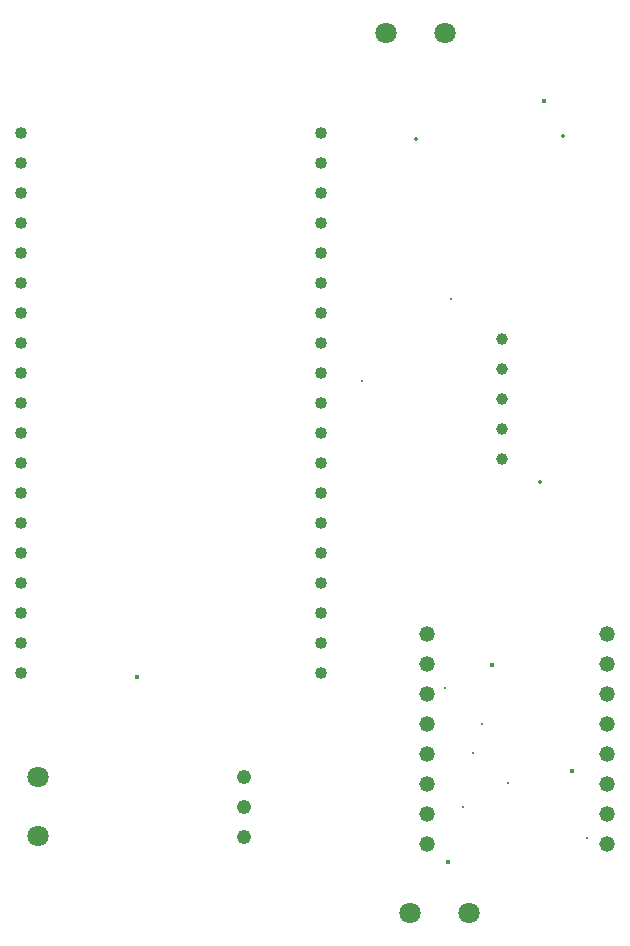
<source format=gbr>
%TF.GenerationSoftware,KiCad,Pcbnew,9.0.1*%
%TF.CreationDate,2025-04-18T16:38:58+02:00*%
%TF.ProjectId,Pendulo_Invertido,50656e64-756c-46f5-9f49-6e7665727469,rev?*%
%TF.SameCoordinates,Original*%
%TF.FileFunction,Plated,1,2,PTH,Drill*%
%TF.FilePolarity,Positive*%
%FSLAX46Y46*%
G04 Gerber Fmt 4.6, Leading zero omitted, Abs format (unit mm)*
G04 Created by KiCad (PCBNEW 9.0.1) date 2025-04-18 16:38:58*
%MOMM*%
%LPD*%
G01*
G04 APERTURE LIST*
%TA.AperFunction,ViaDrill*%
%ADD10C,0.300000*%
%TD*%
%TA.AperFunction,ViaDrill*%
%ADD11C,0.350000*%
%TD*%
%TA.AperFunction,ViaDrill*%
%ADD12C,0.400000*%
%TD*%
%TA.AperFunction,ComponentDrill*%
%ADD13C,1.000000*%
%TD*%
%TA.AperFunction,ComponentDrill*%
%ADD14C,1.020000*%
%TD*%
%TA.AperFunction,ComponentDrill*%
%ADD15C,1.240000*%
%TD*%
%TA.AperFunction,ComponentDrill*%
%ADD16C,1.320000*%
%TD*%
%TA.AperFunction,ComponentDrill*%
%ADD17C,1.800000*%
%TD*%
G04 APERTURE END LIST*
D10*
X136847550Y-85594250D03*
X143847550Y-111594250D03*
X144347550Y-78594250D03*
X145347550Y-121594250D03*
X146222750Y-117094250D03*
X146986450Y-114594250D03*
X149217450Y-119594250D03*
X155842359Y-124219250D03*
D11*
X141347550Y-65094250D03*
X151847550Y-94094250D03*
X153847550Y-64843623D03*
D12*
X117782550Y-110594250D03*
X144097550Y-126319250D03*
X147847550Y-109594250D03*
X152219950Y-61844250D03*
X154579150Y-118594250D03*
D13*
%TO.C,SEN0142*%
X148702550Y-82014250D03*
X148702550Y-84554250D03*
X148702550Y-87094250D03*
X148702550Y-89634250D03*
X148702550Y-92174250D03*
D14*
%TO.C,ESP32-DEVKITC-32D-F*%
X107946843Y-64594250D03*
X107946843Y-67134250D03*
X107946843Y-69674250D03*
X107946843Y-72214250D03*
X107946843Y-74754250D03*
X107946843Y-77294250D03*
X107946843Y-79834250D03*
X107946843Y-82374250D03*
X107946843Y-84914250D03*
X107946843Y-87454250D03*
X107946843Y-89994250D03*
X107946843Y-92534250D03*
X107946843Y-95074250D03*
X107946843Y-97614250D03*
X107946843Y-100154250D03*
X107946843Y-102694250D03*
X107946843Y-105234250D03*
X107946843Y-107774250D03*
X107946843Y-110314250D03*
X133346843Y-64594250D03*
X133346843Y-67134250D03*
X133346843Y-69674250D03*
X133346843Y-72214250D03*
X133346843Y-74754250D03*
X133346843Y-77294250D03*
X133346843Y-79834250D03*
X133346843Y-82374250D03*
X133346843Y-84914250D03*
X133346843Y-87454250D03*
X133346843Y-89994250D03*
X133346843Y-92534250D03*
X133346843Y-95074250D03*
X133346843Y-97614250D03*
X133346843Y-100154250D03*
X133346843Y-102694250D03*
X133346843Y-105234250D03*
X133346843Y-107774250D03*
X133346843Y-110314250D03*
D15*
%TO.C,LM7805CT*%
X126847550Y-119094250D03*
X126847550Y-121634250D03*
X126847550Y-124174250D03*
D16*
%TO.C,ROB-1445*%
X142347550Y-106974250D03*
X142347550Y-109514250D03*
X142347550Y-112054250D03*
X142347550Y-114594250D03*
X142347550Y-117134250D03*
X142347550Y-119674250D03*
X142347550Y-122214250D03*
X142347550Y-124754250D03*
X157587550Y-106974250D03*
X157587550Y-109514250D03*
X157587550Y-112054250D03*
X157587550Y-114594250D03*
X157587550Y-117134250D03*
X157587550Y-119674250D03*
X157587550Y-122214250D03*
X157587550Y-124754250D03*
D17*
%TO.C,XT 30 Alimentacion*%
X109347550Y-119094250D03*
X109347550Y-124094250D03*
%TO.C,Motor DER.*%
X138847550Y-56094250D03*
%TO.C,Motor IZ.*%
X140847550Y-130594250D03*
%TO.C,Motor DER.*%
X143847550Y-56094250D03*
%TO.C,Motor IZ.*%
X145847550Y-130594250D03*
M02*

</source>
